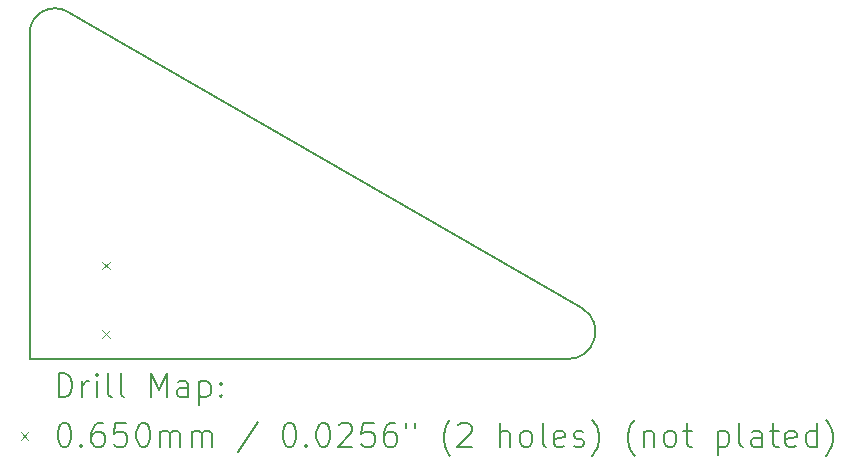
<source format=gbr>
%FSLAX45Y45*%
G04 Gerber Fmt 4.5, Leading zero omitted, Abs format (unit mm)*
G04 Created by KiCad (PCBNEW (6.0.2-0)) date 2023-03-22 17:56:47*
%MOMM*%
%LPD*%
G01*
G04 APERTURE LIST*
%TA.AperFunction,Profile*%
%ADD10C,0.200000*%
%TD*%
%ADD11C,0.200000*%
%ADD12C,0.065000*%
G04 APERTURE END LIST*
D10*
X4191000Y-7637000D02*
G75*
G03*
X3867000Y-7811000I-109872J-184067D01*
G01*
X3873050Y-10578000D02*
X3867000Y-7811000D01*
X8413000Y-10576000D02*
G75*
G03*
X8545000Y-10146000I12850J231316D01*
G01*
X3873050Y-10578000D02*
X8413000Y-10576000D01*
X4191000Y-7637000D02*
X8545000Y-10146000D01*
D11*
D12*
X4479000Y-9752500D02*
X4544000Y-9817500D01*
X4544000Y-9752500D02*
X4479000Y-9817500D01*
X4479000Y-10330500D02*
X4544000Y-10395500D01*
X4544000Y-10330500D02*
X4479000Y-10395500D01*
D11*
X4114619Y-10898476D02*
X4114619Y-10698476D01*
X4162238Y-10698476D01*
X4190809Y-10708000D01*
X4209857Y-10727048D01*
X4219381Y-10746095D01*
X4228905Y-10784190D01*
X4228905Y-10812762D01*
X4219381Y-10850857D01*
X4209857Y-10869905D01*
X4190809Y-10888952D01*
X4162238Y-10898476D01*
X4114619Y-10898476D01*
X4314619Y-10898476D02*
X4314619Y-10765143D01*
X4314619Y-10803238D02*
X4324143Y-10784190D01*
X4333667Y-10774667D01*
X4352714Y-10765143D01*
X4371762Y-10765143D01*
X4438429Y-10898476D02*
X4438429Y-10765143D01*
X4438429Y-10698476D02*
X4428905Y-10708000D01*
X4438429Y-10717524D01*
X4447952Y-10708000D01*
X4438429Y-10698476D01*
X4438429Y-10717524D01*
X4562238Y-10898476D02*
X4543190Y-10888952D01*
X4533667Y-10869905D01*
X4533667Y-10698476D01*
X4667000Y-10898476D02*
X4647952Y-10888952D01*
X4638429Y-10869905D01*
X4638429Y-10698476D01*
X4895571Y-10898476D02*
X4895571Y-10698476D01*
X4962238Y-10841333D01*
X5028905Y-10698476D01*
X5028905Y-10898476D01*
X5209857Y-10898476D02*
X5209857Y-10793714D01*
X5200333Y-10774667D01*
X5181286Y-10765143D01*
X5143190Y-10765143D01*
X5124143Y-10774667D01*
X5209857Y-10888952D02*
X5190810Y-10898476D01*
X5143190Y-10898476D01*
X5124143Y-10888952D01*
X5114619Y-10869905D01*
X5114619Y-10850857D01*
X5124143Y-10831810D01*
X5143190Y-10822286D01*
X5190810Y-10822286D01*
X5209857Y-10812762D01*
X5305095Y-10765143D02*
X5305095Y-10965143D01*
X5305095Y-10774667D02*
X5324143Y-10765143D01*
X5362238Y-10765143D01*
X5381286Y-10774667D01*
X5390810Y-10784190D01*
X5400333Y-10803238D01*
X5400333Y-10860381D01*
X5390810Y-10879429D01*
X5381286Y-10888952D01*
X5362238Y-10898476D01*
X5324143Y-10898476D01*
X5305095Y-10888952D01*
X5486048Y-10879429D02*
X5495571Y-10888952D01*
X5486048Y-10898476D01*
X5476524Y-10888952D01*
X5486048Y-10879429D01*
X5486048Y-10898476D01*
X5486048Y-10774667D02*
X5495571Y-10784190D01*
X5486048Y-10793714D01*
X5476524Y-10784190D01*
X5486048Y-10774667D01*
X5486048Y-10793714D01*
D12*
X3792000Y-11195500D02*
X3857000Y-11260500D01*
X3857000Y-11195500D02*
X3792000Y-11260500D01*
D11*
X4152714Y-11118476D02*
X4171762Y-11118476D01*
X4190809Y-11128000D01*
X4200333Y-11137524D01*
X4209857Y-11156571D01*
X4219381Y-11194667D01*
X4219381Y-11242286D01*
X4209857Y-11280381D01*
X4200333Y-11299428D01*
X4190809Y-11308952D01*
X4171762Y-11318476D01*
X4152714Y-11318476D01*
X4133667Y-11308952D01*
X4124143Y-11299428D01*
X4114619Y-11280381D01*
X4105095Y-11242286D01*
X4105095Y-11194667D01*
X4114619Y-11156571D01*
X4124143Y-11137524D01*
X4133667Y-11128000D01*
X4152714Y-11118476D01*
X4305095Y-11299428D02*
X4314619Y-11308952D01*
X4305095Y-11318476D01*
X4295571Y-11308952D01*
X4305095Y-11299428D01*
X4305095Y-11318476D01*
X4486048Y-11118476D02*
X4447952Y-11118476D01*
X4428905Y-11128000D01*
X4419381Y-11137524D01*
X4400333Y-11166095D01*
X4390810Y-11204190D01*
X4390810Y-11280381D01*
X4400333Y-11299428D01*
X4409857Y-11308952D01*
X4428905Y-11318476D01*
X4467000Y-11318476D01*
X4486048Y-11308952D01*
X4495571Y-11299428D01*
X4505095Y-11280381D01*
X4505095Y-11232762D01*
X4495571Y-11213714D01*
X4486048Y-11204190D01*
X4467000Y-11194667D01*
X4428905Y-11194667D01*
X4409857Y-11204190D01*
X4400333Y-11213714D01*
X4390810Y-11232762D01*
X4686048Y-11118476D02*
X4590810Y-11118476D01*
X4581286Y-11213714D01*
X4590810Y-11204190D01*
X4609857Y-11194667D01*
X4657476Y-11194667D01*
X4676524Y-11204190D01*
X4686048Y-11213714D01*
X4695571Y-11232762D01*
X4695571Y-11280381D01*
X4686048Y-11299428D01*
X4676524Y-11308952D01*
X4657476Y-11318476D01*
X4609857Y-11318476D01*
X4590810Y-11308952D01*
X4581286Y-11299428D01*
X4819381Y-11118476D02*
X4838429Y-11118476D01*
X4857476Y-11128000D01*
X4867000Y-11137524D01*
X4876524Y-11156571D01*
X4886048Y-11194667D01*
X4886048Y-11242286D01*
X4876524Y-11280381D01*
X4867000Y-11299428D01*
X4857476Y-11308952D01*
X4838429Y-11318476D01*
X4819381Y-11318476D01*
X4800333Y-11308952D01*
X4790810Y-11299428D01*
X4781286Y-11280381D01*
X4771762Y-11242286D01*
X4771762Y-11194667D01*
X4781286Y-11156571D01*
X4790810Y-11137524D01*
X4800333Y-11128000D01*
X4819381Y-11118476D01*
X4971762Y-11318476D02*
X4971762Y-11185143D01*
X4971762Y-11204190D02*
X4981286Y-11194667D01*
X5000333Y-11185143D01*
X5028905Y-11185143D01*
X5047952Y-11194667D01*
X5057476Y-11213714D01*
X5057476Y-11318476D01*
X5057476Y-11213714D02*
X5067000Y-11194667D01*
X5086048Y-11185143D01*
X5114619Y-11185143D01*
X5133667Y-11194667D01*
X5143190Y-11213714D01*
X5143190Y-11318476D01*
X5238429Y-11318476D02*
X5238429Y-11185143D01*
X5238429Y-11204190D02*
X5247952Y-11194667D01*
X5267000Y-11185143D01*
X5295571Y-11185143D01*
X5314619Y-11194667D01*
X5324143Y-11213714D01*
X5324143Y-11318476D01*
X5324143Y-11213714D02*
X5333667Y-11194667D01*
X5352714Y-11185143D01*
X5381286Y-11185143D01*
X5400333Y-11194667D01*
X5409857Y-11213714D01*
X5409857Y-11318476D01*
X5800333Y-11108952D02*
X5628905Y-11366095D01*
X6057476Y-11118476D02*
X6076524Y-11118476D01*
X6095571Y-11128000D01*
X6105095Y-11137524D01*
X6114619Y-11156571D01*
X6124143Y-11194667D01*
X6124143Y-11242286D01*
X6114619Y-11280381D01*
X6105095Y-11299428D01*
X6095571Y-11308952D01*
X6076524Y-11318476D01*
X6057476Y-11318476D01*
X6038428Y-11308952D01*
X6028905Y-11299428D01*
X6019381Y-11280381D01*
X6009857Y-11242286D01*
X6009857Y-11194667D01*
X6019381Y-11156571D01*
X6028905Y-11137524D01*
X6038428Y-11128000D01*
X6057476Y-11118476D01*
X6209857Y-11299428D02*
X6219381Y-11308952D01*
X6209857Y-11318476D01*
X6200333Y-11308952D01*
X6209857Y-11299428D01*
X6209857Y-11318476D01*
X6343190Y-11118476D02*
X6362238Y-11118476D01*
X6381286Y-11128000D01*
X6390809Y-11137524D01*
X6400333Y-11156571D01*
X6409857Y-11194667D01*
X6409857Y-11242286D01*
X6400333Y-11280381D01*
X6390809Y-11299428D01*
X6381286Y-11308952D01*
X6362238Y-11318476D01*
X6343190Y-11318476D01*
X6324143Y-11308952D01*
X6314619Y-11299428D01*
X6305095Y-11280381D01*
X6295571Y-11242286D01*
X6295571Y-11194667D01*
X6305095Y-11156571D01*
X6314619Y-11137524D01*
X6324143Y-11128000D01*
X6343190Y-11118476D01*
X6486048Y-11137524D02*
X6495571Y-11128000D01*
X6514619Y-11118476D01*
X6562238Y-11118476D01*
X6581286Y-11128000D01*
X6590809Y-11137524D01*
X6600333Y-11156571D01*
X6600333Y-11175619D01*
X6590809Y-11204190D01*
X6476524Y-11318476D01*
X6600333Y-11318476D01*
X6781286Y-11118476D02*
X6686048Y-11118476D01*
X6676524Y-11213714D01*
X6686048Y-11204190D01*
X6705095Y-11194667D01*
X6752714Y-11194667D01*
X6771762Y-11204190D01*
X6781286Y-11213714D01*
X6790809Y-11232762D01*
X6790809Y-11280381D01*
X6781286Y-11299428D01*
X6771762Y-11308952D01*
X6752714Y-11318476D01*
X6705095Y-11318476D01*
X6686048Y-11308952D01*
X6676524Y-11299428D01*
X6962238Y-11118476D02*
X6924143Y-11118476D01*
X6905095Y-11128000D01*
X6895571Y-11137524D01*
X6876524Y-11166095D01*
X6867000Y-11204190D01*
X6867000Y-11280381D01*
X6876524Y-11299428D01*
X6886048Y-11308952D01*
X6905095Y-11318476D01*
X6943190Y-11318476D01*
X6962238Y-11308952D01*
X6971762Y-11299428D01*
X6981286Y-11280381D01*
X6981286Y-11232762D01*
X6971762Y-11213714D01*
X6962238Y-11204190D01*
X6943190Y-11194667D01*
X6905095Y-11194667D01*
X6886048Y-11204190D01*
X6876524Y-11213714D01*
X6867000Y-11232762D01*
X7057476Y-11118476D02*
X7057476Y-11156571D01*
X7133667Y-11118476D02*
X7133667Y-11156571D01*
X7428905Y-11394667D02*
X7419381Y-11385143D01*
X7400333Y-11356571D01*
X7390809Y-11337524D01*
X7381286Y-11308952D01*
X7371762Y-11261333D01*
X7371762Y-11223238D01*
X7381286Y-11175619D01*
X7390809Y-11147048D01*
X7400333Y-11128000D01*
X7419381Y-11099429D01*
X7428905Y-11089905D01*
X7495571Y-11137524D02*
X7505095Y-11128000D01*
X7524143Y-11118476D01*
X7571762Y-11118476D01*
X7590809Y-11128000D01*
X7600333Y-11137524D01*
X7609857Y-11156571D01*
X7609857Y-11175619D01*
X7600333Y-11204190D01*
X7486048Y-11318476D01*
X7609857Y-11318476D01*
X7847952Y-11318476D02*
X7847952Y-11118476D01*
X7933667Y-11318476D02*
X7933667Y-11213714D01*
X7924143Y-11194667D01*
X7905095Y-11185143D01*
X7876524Y-11185143D01*
X7857476Y-11194667D01*
X7847952Y-11204190D01*
X8057476Y-11318476D02*
X8038428Y-11308952D01*
X8028905Y-11299428D01*
X8019381Y-11280381D01*
X8019381Y-11223238D01*
X8028905Y-11204190D01*
X8038428Y-11194667D01*
X8057476Y-11185143D01*
X8086048Y-11185143D01*
X8105095Y-11194667D01*
X8114619Y-11204190D01*
X8124143Y-11223238D01*
X8124143Y-11280381D01*
X8114619Y-11299428D01*
X8105095Y-11308952D01*
X8086048Y-11318476D01*
X8057476Y-11318476D01*
X8238428Y-11318476D02*
X8219381Y-11308952D01*
X8209857Y-11289905D01*
X8209857Y-11118476D01*
X8390810Y-11308952D02*
X8371762Y-11318476D01*
X8333667Y-11318476D01*
X8314619Y-11308952D01*
X8305095Y-11289905D01*
X8305095Y-11213714D01*
X8314619Y-11194667D01*
X8333667Y-11185143D01*
X8371762Y-11185143D01*
X8390810Y-11194667D01*
X8400333Y-11213714D01*
X8400333Y-11232762D01*
X8305095Y-11251809D01*
X8476524Y-11308952D02*
X8495571Y-11318476D01*
X8533667Y-11318476D01*
X8552714Y-11308952D01*
X8562238Y-11289905D01*
X8562238Y-11280381D01*
X8552714Y-11261333D01*
X8533667Y-11251809D01*
X8505095Y-11251809D01*
X8486048Y-11242286D01*
X8476524Y-11223238D01*
X8476524Y-11213714D01*
X8486048Y-11194667D01*
X8505095Y-11185143D01*
X8533667Y-11185143D01*
X8552714Y-11194667D01*
X8628905Y-11394667D02*
X8638429Y-11385143D01*
X8657476Y-11356571D01*
X8667000Y-11337524D01*
X8676524Y-11308952D01*
X8686048Y-11261333D01*
X8686048Y-11223238D01*
X8676524Y-11175619D01*
X8667000Y-11147048D01*
X8657476Y-11128000D01*
X8638429Y-11099429D01*
X8628905Y-11089905D01*
X8990810Y-11394667D02*
X8981286Y-11385143D01*
X8962238Y-11356571D01*
X8952714Y-11337524D01*
X8943190Y-11308952D01*
X8933667Y-11261333D01*
X8933667Y-11223238D01*
X8943190Y-11175619D01*
X8952714Y-11147048D01*
X8962238Y-11128000D01*
X8981286Y-11099429D01*
X8990810Y-11089905D01*
X9067000Y-11185143D02*
X9067000Y-11318476D01*
X9067000Y-11204190D02*
X9076524Y-11194667D01*
X9095571Y-11185143D01*
X9124143Y-11185143D01*
X9143190Y-11194667D01*
X9152714Y-11213714D01*
X9152714Y-11318476D01*
X9276524Y-11318476D02*
X9257476Y-11308952D01*
X9247952Y-11299428D01*
X9238429Y-11280381D01*
X9238429Y-11223238D01*
X9247952Y-11204190D01*
X9257476Y-11194667D01*
X9276524Y-11185143D01*
X9305095Y-11185143D01*
X9324143Y-11194667D01*
X9333667Y-11204190D01*
X9343190Y-11223238D01*
X9343190Y-11280381D01*
X9333667Y-11299428D01*
X9324143Y-11308952D01*
X9305095Y-11318476D01*
X9276524Y-11318476D01*
X9400333Y-11185143D02*
X9476524Y-11185143D01*
X9428905Y-11118476D02*
X9428905Y-11289905D01*
X9438429Y-11308952D01*
X9457476Y-11318476D01*
X9476524Y-11318476D01*
X9695571Y-11185143D02*
X9695571Y-11385143D01*
X9695571Y-11194667D02*
X9714619Y-11185143D01*
X9752714Y-11185143D01*
X9771762Y-11194667D01*
X9781286Y-11204190D01*
X9790810Y-11223238D01*
X9790810Y-11280381D01*
X9781286Y-11299428D01*
X9771762Y-11308952D01*
X9752714Y-11318476D01*
X9714619Y-11318476D01*
X9695571Y-11308952D01*
X9905095Y-11318476D02*
X9886048Y-11308952D01*
X9876524Y-11289905D01*
X9876524Y-11118476D01*
X10067000Y-11318476D02*
X10067000Y-11213714D01*
X10057476Y-11194667D01*
X10038429Y-11185143D01*
X10000333Y-11185143D01*
X9981286Y-11194667D01*
X10067000Y-11308952D02*
X10047952Y-11318476D01*
X10000333Y-11318476D01*
X9981286Y-11308952D01*
X9971762Y-11289905D01*
X9971762Y-11270857D01*
X9981286Y-11251809D01*
X10000333Y-11242286D01*
X10047952Y-11242286D01*
X10067000Y-11232762D01*
X10133667Y-11185143D02*
X10209857Y-11185143D01*
X10162238Y-11118476D02*
X10162238Y-11289905D01*
X10171762Y-11308952D01*
X10190810Y-11318476D01*
X10209857Y-11318476D01*
X10352714Y-11308952D02*
X10333667Y-11318476D01*
X10295571Y-11318476D01*
X10276524Y-11308952D01*
X10267000Y-11289905D01*
X10267000Y-11213714D01*
X10276524Y-11194667D01*
X10295571Y-11185143D01*
X10333667Y-11185143D01*
X10352714Y-11194667D01*
X10362238Y-11213714D01*
X10362238Y-11232762D01*
X10267000Y-11251809D01*
X10533667Y-11318476D02*
X10533667Y-11118476D01*
X10533667Y-11308952D02*
X10514619Y-11318476D01*
X10476524Y-11318476D01*
X10457476Y-11308952D01*
X10447952Y-11299428D01*
X10438429Y-11280381D01*
X10438429Y-11223238D01*
X10447952Y-11204190D01*
X10457476Y-11194667D01*
X10476524Y-11185143D01*
X10514619Y-11185143D01*
X10533667Y-11194667D01*
X10609857Y-11394667D02*
X10619381Y-11385143D01*
X10638429Y-11356571D01*
X10647952Y-11337524D01*
X10657476Y-11308952D01*
X10667000Y-11261333D01*
X10667000Y-11223238D01*
X10657476Y-11175619D01*
X10647952Y-11147048D01*
X10638429Y-11128000D01*
X10619381Y-11099429D01*
X10609857Y-11089905D01*
M02*

</source>
